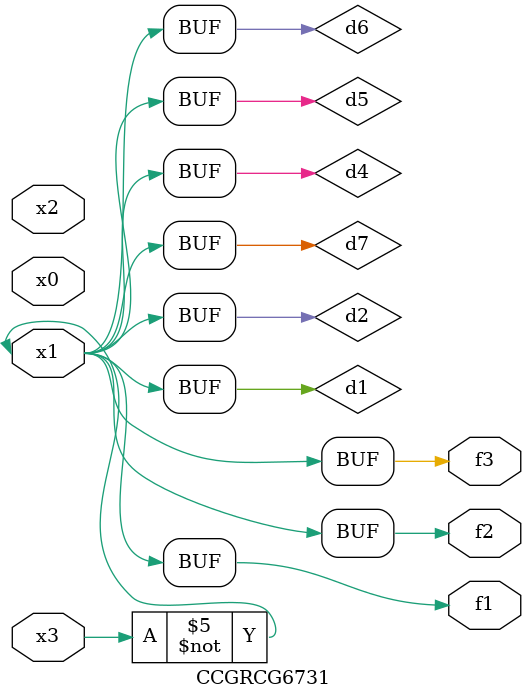
<source format=v>
module CCGRCG6731(
	input x0, x1, x2, x3,
	output f1, f2, f3
);

	wire d1, d2, d3, d4, d5, d6, d7;

	not (d1, x3);
	buf (d2, x1);
	xnor (d3, d1, d2);
	nor (d4, d1);
	buf (d5, d1, d2);
	buf (d6, d4, d5);
	nand (d7, d4);
	assign f1 = d6;
	assign f2 = d7;
	assign f3 = d6;
endmodule

</source>
